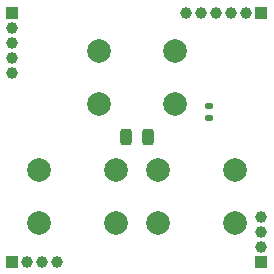
<source format=gts>
%TF.GenerationSoftware,KiCad,Pcbnew,9.0.5-1.fc42*%
%TF.CreationDate,2025-12-03T03:37:21+01:00*%
%TF.ProjectId,Block-Switch-3,426c6f63-6b2d-4537-9769-7463682d332e,1*%
%TF.SameCoordinates,Original*%
%TF.FileFunction,Soldermask,Top*%
%TF.FilePolarity,Negative*%
%FSLAX46Y46*%
G04 Gerber Fmt 4.6, Leading zero omitted, Abs format (unit mm)*
G04 Created by KiCad (PCBNEW 9.0.5-1.fc42) date 2025-12-03 03:37:21*
%MOMM*%
%LPD*%
G01*
G04 APERTURE LIST*
G04 Aperture macros list*
%AMRoundRect*
0 Rectangle with rounded corners*
0 $1 Rounding radius*
0 $2 $3 $4 $5 $6 $7 $8 $9 X,Y pos of 4 corners*
0 Add a 4 corners polygon primitive as box body*
4,1,4,$2,$3,$4,$5,$6,$7,$8,$9,$2,$3,0*
0 Add four circle primitives for the rounded corners*
1,1,$1+$1,$2,$3*
1,1,$1+$1,$4,$5*
1,1,$1+$1,$6,$7*
1,1,$1+$1,$8,$9*
0 Add four rect primitives between the rounded corners*
20,1,$1+$1,$2,$3,$4,$5,0*
20,1,$1+$1,$4,$5,$6,$7,0*
20,1,$1+$1,$6,$7,$8,$9,0*
20,1,$1+$1,$8,$9,$2,$3,0*%
G04 Aperture macros list end*
%ADD10C,2.000000*%
%ADD11RoundRect,0.243750X-0.243750X-0.456250X0.243750X-0.456250X0.243750X0.456250X-0.243750X0.456250X0*%
%ADD12RoundRect,0.135000X-0.185000X0.135000X-0.185000X-0.135000X0.185000X-0.135000X0.185000X0.135000X0*%
%ADD13R,1.000000X1.000000*%
%ADD14C,1.000000*%
G04 APERTURE END LIST*
D10*
%TO.C,SW1*%
X137298700Y-120931810D03*
X130798700Y-120931810D03*
X137298700Y-116431810D03*
X130798700Y-116431810D03*
%TD*%
D11*
%TO.C,D1*%
X140022500Y-113665000D03*
X138147500Y-113665000D03*
%TD*%
D10*
%TO.C,SW2*%
X140831300Y-116431810D03*
X147331300Y-116431810D03*
X140831300Y-120931810D03*
X147331300Y-120931810D03*
%TD*%
%TO.C,SW3*%
X135815000Y-106398190D03*
X142315000Y-106398190D03*
X135815000Y-110898190D03*
X142315000Y-110898190D03*
%TD*%
D12*
%TO.C,R4*%
X145161000Y-110994000D03*
X145161000Y-112014000D03*
%TD*%
D13*
%TO.C,J4*%
X128525000Y-124205000D03*
D14*
X129795000Y-124205000D03*
X131065000Y-124205000D03*
X132335000Y-124205000D03*
%TD*%
D13*
%TO.C,J2*%
X149605000Y-124205000D03*
D14*
X149605000Y-122935000D03*
X149605000Y-121665000D03*
X149605000Y-120395000D03*
%TD*%
D13*
%TO.C,J1*%
X128525000Y-103125000D03*
D14*
X128525000Y-104395000D03*
X128525000Y-105665000D03*
X128525000Y-106935000D03*
X128525000Y-108205000D03*
%TD*%
D13*
%TO.C,J3*%
X149605000Y-103125000D03*
D14*
X148335000Y-103125000D03*
X147065000Y-103125000D03*
X145795000Y-103125000D03*
X144525000Y-103125000D03*
X143255000Y-103125000D03*
%TD*%
M02*

</source>
